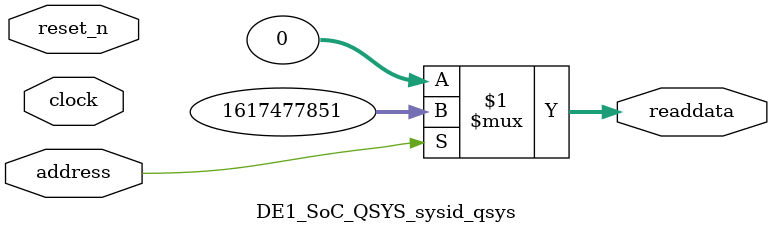
<source format=v>

`timescale 1ns / 1ps
// synthesis translate_on

// turn off superfluous verilog processor warnings 
// altera message_level Level1 
// altera message_off 10034 10035 10036 10037 10230 10240 10030 

module DE1_SoC_QSYS_sysid_qsys (
               // inputs:
                address,
                clock,
                reset_n,

               // outputs:
                readdata
             )
;

  output  [ 31: 0] readdata;
  input            address;
  input            clock;
  input            reset_n;

  wire    [ 31: 0] readdata;
  //control_slave, which is an e_avalon_slave
  assign readdata = address ? 1617477851 : 0;

endmodule




</source>
